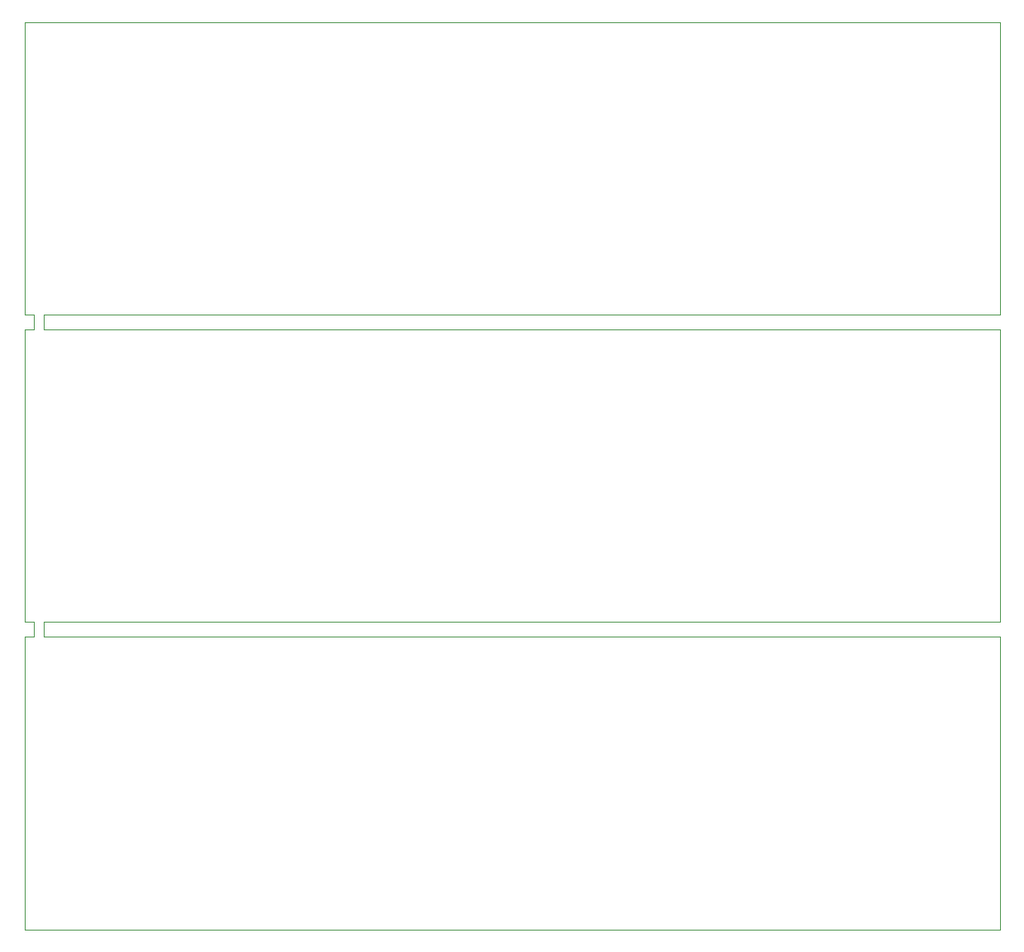
<source format=gto>
G75*
G70*
%OFA0B0*%
%FSLAX24Y24*%
%IPPOS*%
%LPD*%
%AMOC8*
5,1,8,0,0,1.08239X$1,22.5*
%
%ADD10C,0.0000*%
D10*
X000100Y000100D02*
X000100Y011911D01*
X000494Y011911D01*
X000494Y012502D01*
X000100Y012502D01*
X000100Y024313D01*
X000494Y024313D01*
X000494Y024903D01*
X000100Y024903D01*
X000100Y036714D01*
X039470Y036714D01*
X039470Y024903D01*
X000887Y024903D01*
X000887Y024313D01*
X039470Y024313D01*
X039470Y012502D01*
X000887Y012502D01*
X000887Y011911D01*
X039470Y011911D01*
X039470Y000100D01*
X000100Y000100D01*
M02*

</source>
